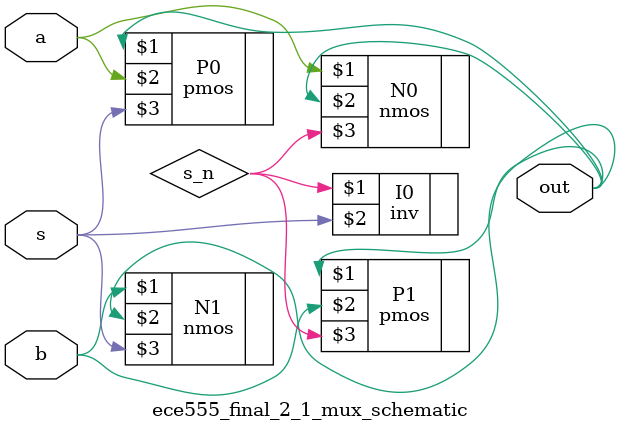
<source format=v>
`timescale 1ns / 1ns 

module ece555_final_2_1_mux_schematic ( out, a, b, s );
output  out;

input  a, b, s;


specify 
    specparam CDS_LIBNAME  = "ece555_final";
    specparam CDS_CELLNAME = "2_1_mux";
    specparam CDS_VIEWNAME = "schematic";
endspecify

inv I0 ( s_n, s);
pmos P1 ( out, b, s_n);
pmos P0 ( out, a, s);
nmos N0 ( a, out, s_n);
nmos N1 ( b, out, s);

endmodule

</source>
